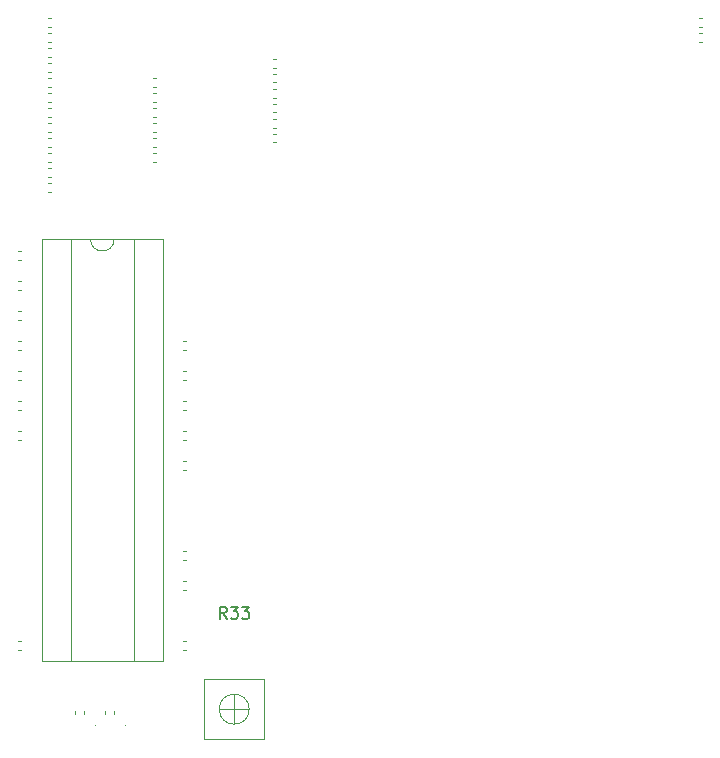
<source format=gbr>
%TF.GenerationSoftware,KiCad,Pcbnew,(6.0.5)*%
%TF.CreationDate,2022-11-08T23:00:49+09:00*%
%TF.ProjectId,main_board_TJ3B,6d61696e-5f62-46f6-9172-645f544a3342,rev?*%
%TF.SameCoordinates,Original*%
%TF.FileFunction,Legend,Top*%
%TF.FilePolarity,Positive*%
%FSLAX46Y46*%
G04 Gerber Fmt 4.6, Leading zero omitted, Abs format (unit mm)*
G04 Created by KiCad (PCBNEW (6.0.5)) date 2022-11-08 23:00:49*
%MOMM*%
%LPD*%
G01*
G04 APERTURE LIST*
%ADD10C,0.150000*%
%ADD11C,0.120000*%
%ADD12C,0.100000*%
G04 APERTURE END LIST*
D10*
%TO.C,R33*%
X141343142Y-112061380D02*
X141009809Y-111585190D01*
X140771714Y-112061380D02*
X140771714Y-111061380D01*
X141152666Y-111061380D01*
X141247904Y-111109000D01*
X141295523Y-111156619D01*
X141343142Y-111251857D01*
X141343142Y-111394714D01*
X141295523Y-111489952D01*
X141247904Y-111537571D01*
X141152666Y-111585190D01*
X140771714Y-111585190D01*
X141676476Y-111061380D02*
X142295523Y-111061380D01*
X141962190Y-111442333D01*
X142105047Y-111442333D01*
X142200285Y-111489952D01*
X142247904Y-111537571D01*
X142295523Y-111632809D01*
X142295523Y-111870904D01*
X142247904Y-111966142D01*
X142200285Y-112013761D01*
X142105047Y-112061380D01*
X141819333Y-112061380D01*
X141724095Y-112013761D01*
X141676476Y-111966142D01*
X142628857Y-111061380D02*
X143247904Y-111061380D01*
X142914571Y-111442333D01*
X143057428Y-111442333D01*
X143152666Y-111489952D01*
X143200285Y-111537571D01*
X143247904Y-111632809D01*
X143247904Y-111870904D01*
X143200285Y-111966142D01*
X143152666Y-112013761D01*
X143057428Y-112061380D01*
X142771714Y-112061380D01*
X142676476Y-112013761D01*
X142628857Y-111966142D01*
D11*
%TO.C,C14*%
X126257164Y-70845000D02*
X126472836Y-70845000D01*
X126257164Y-70125000D02*
X126472836Y-70125000D01*
D12*
%TO.C,D3*%
X132765000Y-121105000D02*
G75*
G03*
X132765000Y-121105000I-50000J0D01*
G01*
D11*
%TO.C,R12*%
X123671359Y-84200000D02*
X123978641Y-84200000D01*
X123671359Y-83440000D02*
X123978641Y-83440000D01*
%TO.C,R11*%
X123671359Y-86740000D02*
X123978641Y-86740000D01*
X123671359Y-85980000D02*
X123978641Y-85980000D01*
%TO.C,R14*%
X128525000Y-120168641D02*
X128525000Y-119861359D01*
X129285000Y-120168641D02*
X129285000Y-119861359D01*
%TO.C,R19*%
X137948641Y-96140000D02*
X137641359Y-96140000D01*
X137948641Y-96900000D02*
X137641359Y-96900000D01*
%TO.C,R22*%
X137948641Y-108840000D02*
X137641359Y-108840000D01*
X137948641Y-109600000D02*
X137641359Y-109600000D01*
%TO.C,R13*%
X123671359Y-80900000D02*
X123978641Y-80900000D01*
X123671359Y-81660000D02*
X123978641Y-81660000D01*
%TO.C,C3*%
X145522836Y-68474000D02*
X145307164Y-68474000D01*
X145522836Y-69194000D02*
X145307164Y-69194000D01*
%TO.C,C13*%
X126257164Y-68305000D02*
X126472836Y-68305000D01*
X126257164Y-67585000D02*
X126472836Y-67585000D01*
%TO.C,C2*%
X145522836Y-71014000D02*
X145307164Y-71014000D01*
X145522836Y-71734000D02*
X145307164Y-71734000D01*
D12*
%TO.C,D2*%
X130225000Y-121105000D02*
G75*
G03*
X130225000Y-121105000I-50000J0D01*
G01*
D11*
%TO.C,R2*%
X145261359Y-67944000D02*
X145568641Y-67944000D01*
X145261359Y-67184000D02*
X145568641Y-67184000D01*
%TO.C,R20*%
X137948641Y-98680000D02*
X137641359Y-98680000D01*
X137948641Y-99440000D02*
X137641359Y-99440000D01*
%TO.C,R5*%
X181608641Y-61975000D02*
X181301359Y-61975000D01*
X181608641Y-61215000D02*
X181301359Y-61215000D01*
%TO.C,C11*%
X135147164Y-73385000D02*
X135362836Y-73385000D01*
X135147164Y-72665000D02*
X135362836Y-72665000D01*
%TO.C,R26*%
X135101359Y-68835000D02*
X135408641Y-68835000D01*
X135101359Y-69595000D02*
X135408641Y-69595000D01*
%TO.C,U4*%
X125680000Y-79875000D02*
X125680000Y-115675000D01*
X135960000Y-115675000D02*
X135960000Y-79875000D01*
X133470000Y-79935000D02*
X131820000Y-79935000D01*
X128170000Y-79935000D02*
X128170000Y-115615000D01*
X125680000Y-115675000D02*
X135960000Y-115675000D01*
X129820000Y-79935000D02*
X128170000Y-79935000D01*
X135960000Y-79875000D02*
X125680000Y-79875000D01*
X128170000Y-115615000D02*
X133470000Y-115615000D01*
X133470000Y-115615000D02*
X133470000Y-79935000D01*
X129820000Y-79935000D02*
G75*
G03*
X131820000Y-79935000I1000000J0D01*
G01*
%TO.C,R17*%
X137948641Y-91060000D02*
X137641359Y-91060000D01*
X137948641Y-91820000D02*
X137641359Y-91820000D01*
%TO.C,C15*%
X126257164Y-73385000D02*
X126472836Y-73385000D01*
X126257164Y-72665000D02*
X126472836Y-72665000D01*
%TO.C,R8*%
X123671359Y-93600000D02*
X123978641Y-93600000D01*
X123671359Y-94360000D02*
X123978641Y-94360000D01*
%TO.C,C12*%
X126257164Y-65765000D02*
X126472836Y-65765000D01*
X126257164Y-65045000D02*
X126472836Y-65045000D01*
%TO.C,R33*%
X140716000Y-119729000D02*
X143256000Y-119729000D01*
X141986000Y-118459000D02*
X141986000Y-120999000D01*
X141986000Y-119729000D02*
X141986000Y-118459000D01*
X139446000Y-117189000D02*
X144526000Y-117189000D01*
X144526000Y-117189000D02*
X144526000Y-122269000D01*
X144526000Y-122269000D02*
X139446000Y-122269000D01*
X139446000Y-122269000D02*
X139446000Y-117189000D01*
X143256000Y-119729000D02*
G75*
G03*
X143256000Y-119729000I-1270000J0D01*
G01*
%TO.C,R18*%
X137948641Y-93600000D02*
X137641359Y-93600000D01*
X137948641Y-94360000D02*
X137641359Y-94360000D01*
%TO.C,R9*%
X123671359Y-91060000D02*
X123978641Y-91060000D01*
X123671359Y-91820000D02*
X123978641Y-91820000D01*
%TO.C,C7*%
X126472836Y-63225000D02*
X126257164Y-63225000D01*
X126472836Y-62505000D02*
X126257164Y-62505000D01*
%TO.C,R1*%
X145261359Y-70484000D02*
X145568641Y-70484000D01*
X145261359Y-69724000D02*
X145568641Y-69724000D01*
%TO.C,R24*%
X126518641Y-74675000D02*
X126211359Y-74675000D01*
X126518641Y-73915000D02*
X126211359Y-73915000D01*
%TO.C,C5*%
X181347164Y-63225000D02*
X181562836Y-63225000D01*
X181347164Y-62505000D02*
X181562836Y-62505000D01*
%TO.C,R32*%
X126211359Y-71375000D02*
X126518641Y-71375000D01*
X126211359Y-72135000D02*
X126518641Y-72135000D01*
%TO.C,R6*%
X123671359Y-113920000D02*
X123978641Y-113920000D01*
X123671359Y-114680000D02*
X123978641Y-114680000D01*
%TO.C,R31*%
X126211359Y-69595000D02*
X126518641Y-69595000D01*
X126211359Y-68835000D02*
X126518641Y-68835000D01*
%TO.C,R23*%
X137948641Y-114680000D02*
X137641359Y-114680000D01*
X137948641Y-113920000D02*
X137641359Y-113920000D01*
%TO.C,R28*%
X126518641Y-61975000D02*
X126211359Y-61975000D01*
X126518641Y-61215000D02*
X126211359Y-61215000D01*
%TO.C,C9*%
X135147164Y-67585000D02*
X135362836Y-67585000D01*
X135147164Y-68305000D02*
X135362836Y-68305000D01*
%TO.C,R29*%
X126211359Y-63755000D02*
X126518641Y-63755000D01*
X126211359Y-64515000D02*
X126518641Y-64515000D01*
%TO.C,R21*%
X137948641Y-106300000D02*
X137641359Y-106300000D01*
X137948641Y-107060000D02*
X137641359Y-107060000D01*
%TO.C,C8*%
X126472836Y-75205000D02*
X126257164Y-75205000D01*
X126472836Y-75925000D02*
X126257164Y-75925000D01*
%TO.C,R7*%
X123671359Y-96140000D02*
X123978641Y-96140000D01*
X123671359Y-96900000D02*
X123978641Y-96900000D01*
%TO.C,C4*%
X145522836Y-66654000D02*
X145307164Y-66654000D01*
X145522836Y-65934000D02*
X145307164Y-65934000D01*
%TO.C,R30*%
X126211359Y-66295000D02*
X126518641Y-66295000D01*
X126211359Y-67055000D02*
X126518641Y-67055000D01*
%TO.C,R27*%
X135101359Y-71375000D02*
X135408641Y-71375000D01*
X135101359Y-72135000D02*
X135408641Y-72135000D01*
%TO.C,R10*%
X123671359Y-88520000D02*
X123978641Y-88520000D01*
X123671359Y-89280000D02*
X123978641Y-89280000D01*
%TO.C,R15*%
X131825000Y-120168641D02*
X131825000Y-119861359D01*
X131065000Y-120168641D02*
X131065000Y-119861359D01*
%TO.C,R16*%
X137948641Y-88520000D02*
X137641359Y-88520000D01*
X137948641Y-89280000D02*
X137641359Y-89280000D01*
%TO.C,R25*%
X135101359Y-66295000D02*
X135408641Y-66295000D01*
X135101359Y-67055000D02*
X135408641Y-67055000D01*
%TO.C,R3*%
X145261359Y-64644000D02*
X145568641Y-64644000D01*
X145261359Y-65404000D02*
X145568641Y-65404000D01*
%TO.C,C10*%
X135147164Y-70125000D02*
X135362836Y-70125000D01*
X135147164Y-70845000D02*
X135362836Y-70845000D01*
%TD*%
M02*

</source>
